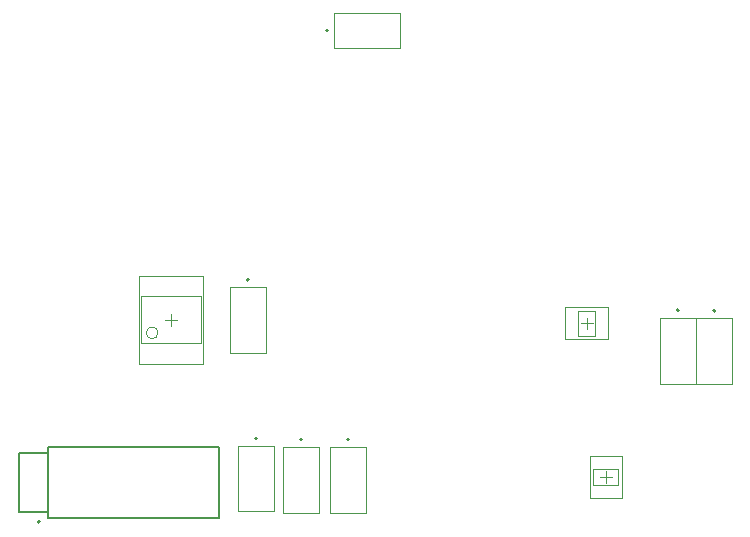
<source format=gbo>
G04*
G04 #@! TF.GenerationSoftware,Altium Limited,Altium Designer,19.1.8 (144)*
G04*
G04 Layer_Color=32896*
%FSLAX42Y42*%
%MOMM*%
G71*
G01*
G75*
%ADD12C,0.20*%
%ADD13C,0.13*%
%ADD15C,0.10*%
%ADD16C,0.05*%
D12*
X350Y240D02*
G03*
X350Y240I-10J0D01*
G01*
D02*
G03*
X350Y240I-10J0D01*
G01*
X2790Y4400D02*
G03*
X2790Y4400I-10J0D01*
G01*
D02*
G03*
X2790Y4400I-10J0D01*
G01*
X2120Y2290D02*
G03*
X2120Y2290I-10J0D01*
G01*
D02*
G03*
X2120Y2290I-10J0D01*
G01*
X6070Y2027D02*
G03*
X6070Y2027I-10J0D01*
G01*
D02*
G03*
X6070Y2027I-10J0D01*
G01*
X2970Y937D02*
G03*
X2970Y937I-10J0D01*
G01*
D02*
G03*
X2970Y937I-10J0D01*
G01*
X2570D02*
G03*
X2570Y937I-10J0D01*
G01*
D02*
G03*
X2570Y937I-10J0D01*
G01*
X2190Y947D02*
G03*
X2190Y947I-10J0D01*
G01*
D02*
G03*
X2190Y947I-10J0D01*
G01*
X5760Y2030D02*
G03*
X5760Y2030I-10J0D01*
G01*
D02*
G03*
X5760Y2030I-10J0D01*
G01*
D13*
X170Y320D02*
X420D01*
X170D02*
Y820D01*
X420D01*
Y270D02*
X1870D01*
Y870D01*
X420D02*
X1870D01*
X420Y270D02*
Y870D01*
X170Y320D02*
X420D01*
X170D02*
Y820D01*
X420D01*
Y270D02*
X1870D01*
Y870D01*
X420D02*
X1870D01*
X420Y270D02*
Y870D01*
D15*
X1350Y1840D02*
G03*
X1350Y1840I-50J0D01*
G01*
X1710Y1750D02*
Y2150D01*
X1210Y1750D02*
Y2150D01*
X1710D01*
X1210Y1750D02*
X1710D01*
X4910Y2028D02*
X5050D01*
X4910Y1813D02*
X5050D01*
X4910D02*
Y2028D01*
X5050Y1813D02*
Y2028D01*
X5032Y550D02*
X5247D01*
X5032Y690D02*
X5247D01*
X5032Y550D02*
Y690D01*
X5247Y550D02*
Y690D01*
X1410Y1950D02*
X1510D01*
X1460Y1900D02*
Y2000D01*
X4980Y1870D02*
Y1970D01*
X4930Y1920D02*
X5030D01*
X5140Y570D02*
Y670D01*
X5090Y620D02*
X5190D01*
D16*
X2841Y4248D02*
Y4552D01*
Y4248D02*
X3399D01*
Y4552D01*
X2841D02*
X3399D01*
X1735Y1580D02*
Y2320D01*
X1185Y1580D02*
Y2320D01*
X1735D01*
X1185Y1580D02*
X1735D01*
X1958Y2229D02*
X2262D01*
X1958Y1671D02*
Y2229D01*
Y1671D02*
X2262D01*
Y2229D01*
X4800Y2055D02*
X5160D01*
X4800Y1785D02*
X5160D01*
X4800D02*
Y2055D01*
X5160Y1785D02*
Y2055D01*
X5908Y1966D02*
X6212D01*
X5908Y1408D02*
Y1966D01*
Y1408D02*
X6212D01*
Y1966D01*
X3112Y318D02*
Y876D01*
X2808Y318D02*
X3112D01*
X2808D02*
Y876D01*
X3112D01*
X2712Y318D02*
Y876D01*
X2408Y318D02*
X2712D01*
X2408D02*
Y876D01*
X2712D01*
X2332Y328D02*
Y886D01*
X2028Y328D02*
X2332D01*
X2028D02*
Y886D01*
X2332D01*
X5598Y1969D02*
X5902D01*
X5598Y1411D02*
Y1969D01*
Y1411D02*
X5902D01*
Y1969D01*
X5005Y440D02*
X5275D01*
X5005Y800D02*
X5275D01*
X5005Y440D02*
Y800D01*
X5275Y440D02*
Y800D01*
M02*

</source>
